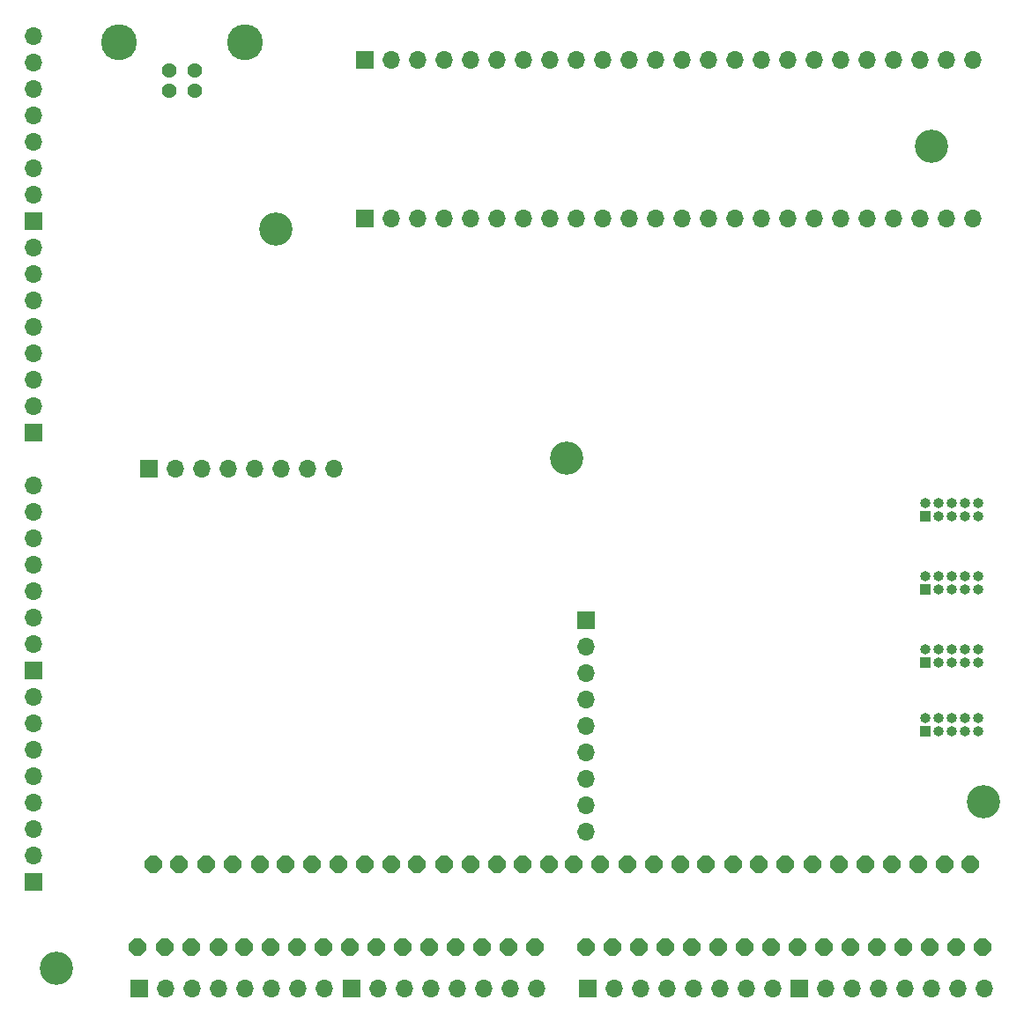
<source format=gbr>
%TF.GenerationSoftware,KiCad,Pcbnew,6.0.8-f2edbf62ab~116~ubuntu22.04.1*%
%TF.CreationDate,2022-10-28T15:12:38+01:00*%
%TF.ProjectId,fsr_array,6673725f-6172-4726-9179-2e6b69636164,3.0*%
%TF.SameCoordinates,Original*%
%TF.FileFunction,Soldermask,Bot*%
%TF.FilePolarity,Negative*%
%FSLAX46Y46*%
G04 Gerber Fmt 4.6, Leading zero omitted, Abs format (unit mm)*
G04 Created by KiCad (PCBNEW 6.0.8-f2edbf62ab~116~ubuntu22.04.1) date 2022-10-28 15:12:38*
%MOMM*%
%LPD*%
G01*
G04 APERTURE LIST*
G04 Aperture macros list*
%AMFreePoly0*
4,1,17,0.360532,0.806901,0.806901,0.360532,0.825500,0.315631,0.825500,-0.315631,0.806901,-0.360532,0.360532,-0.806901,0.315631,-0.825500,-0.315631,-0.825500,-0.360532,-0.806901,-0.806901,-0.360532,-0.825500,-0.315631,-0.825500,0.315631,-0.806901,0.360532,-0.360532,0.806901,-0.315631,0.825500,0.315631,0.825500,0.360532,0.806901,0.360532,0.806901,$1*%
G04 Aperture macros list end*
%ADD10FreePoly0,90.000000*%
%ADD11FreePoly0,270.000000*%
%ADD12C,3.200000*%
%ADD13R,1.700000X1.700000*%
%ADD14O,1.700000X1.700000*%
%ADD15R,1.000000X1.000000*%
%ADD16O,1.000000X1.000000*%
%ADD17C,1.431000*%
%ADD18C,3.450000*%
G04 APERTURE END LIST*
D10*
%TO.C,U$61*%
X193793900Y-133996400D03*
%TD*%
%TO.C,U$63*%
X168383900Y-133996400D03*
%TD*%
%TO.C,U$39*%
X163353900Y-133996400D03*
%TD*%
%TO.C,U$45*%
X178613900Y-133996400D03*
%TD*%
D11*
%TO.C,U$16*%
X113733900Y-141996400D03*
%TD*%
%TO.C,U$44*%
X161913900Y-141996400D03*
%TD*%
%TO.C,U$12*%
X118923900Y-141996400D03*
%TD*%
D12*
%TO.C,H5*%
X190000000Y-65000000D03*
%TD*%
D13*
%TO.C,J6*%
X134362800Y-145992800D03*
D14*
X136902800Y-145992800D03*
X139442800Y-145992800D03*
X141982800Y-145992800D03*
X144522800Y-145992800D03*
X147062800Y-145992800D03*
X149602800Y-145992800D03*
X152142800Y-145992800D03*
%TD*%
D11*
%TO.C,U$46*%
X159363900Y-141996400D03*
%TD*%
D10*
%TO.C,U$49*%
X176013900Y-133996400D03*
%TD*%
%TO.C,U$51*%
X181103900Y-133996400D03*
%TD*%
D13*
%TO.C,J4*%
X103732800Y-72192800D03*
D14*
X103732800Y-69652800D03*
X103732800Y-67112800D03*
X103732800Y-64572800D03*
X103732800Y-62032800D03*
X103732800Y-59492800D03*
X103732800Y-56952800D03*
X103732800Y-54412800D03*
%TD*%
D10*
%TO.C,U$29*%
X155693900Y-133996400D03*
%TD*%
D12*
%TO.C,H1*%
X106000000Y-144000000D03*
%TD*%
D10*
%TO.C,U$62*%
X179703900Y-141996400D03*
%TD*%
%TO.C,U$1*%
X145763900Y-133996400D03*
%TD*%
%TO.C,U$57*%
X183673900Y-133996400D03*
%TD*%
D11*
%TO.C,U$38*%
X169523900Y-141996400D03*
%TD*%
%TO.C,U$40*%
X167043900Y-141996400D03*
%TD*%
D10*
%TO.C,U$43*%
X160813900Y-133996400D03*
%TD*%
%TO.C,U$13*%
X153313900Y-133996400D03*
%TD*%
D13*
%TO.C,J12*%
X135612800Y-71932800D03*
D14*
X138152800Y-71932800D03*
X140692800Y-71932800D03*
X143232800Y-71932800D03*
X145772800Y-71932800D03*
X148312800Y-71932800D03*
X150852800Y-71932800D03*
X153392800Y-71932800D03*
X155932800Y-71932800D03*
X158472800Y-71932800D03*
X161012800Y-71932800D03*
X163552800Y-71932800D03*
X166092800Y-71932800D03*
X168632800Y-71932800D03*
X171172800Y-71932800D03*
X173712800Y-71932800D03*
X176252800Y-71932800D03*
X178792800Y-71932800D03*
X181332800Y-71932800D03*
X183872800Y-71932800D03*
X186412800Y-71932800D03*
X188952800Y-71932800D03*
X191492800Y-71932800D03*
X194032800Y-71932800D03*
%TD*%
D11*
%TO.C,U$26*%
X141793900Y-141996400D03*
%TD*%
D13*
%TO.C,J10*%
X156832800Y-110592800D03*
D14*
X156832800Y-113132800D03*
X156832800Y-115672800D03*
X156832800Y-118212800D03*
X156832800Y-120752800D03*
X156832800Y-123292800D03*
X156832800Y-125832800D03*
X156832800Y-128372800D03*
X156832800Y-130912800D03*
%TD*%
D10*
%TO.C,U$5*%
X148273900Y-133996400D03*
%TD*%
%TO.C,U$7*%
X125473900Y-133996400D03*
%TD*%
D11*
%TO.C,U$34*%
X174593900Y-141996400D03*
%TD*%
D13*
%TO.C,J1*%
X103732800Y-135692800D03*
D14*
X103732800Y-133152800D03*
X103732800Y-130612800D03*
X103732800Y-128072800D03*
X103732800Y-125532800D03*
X103732800Y-122992800D03*
X103732800Y-120452800D03*
X103732800Y-117912800D03*
%TD*%
D10*
%TO.C,U$27*%
X138093900Y-133996400D03*
%TD*%
D11*
%TO.C,U$64*%
X177183900Y-141996400D03*
%TD*%
D10*
%TO.C,U$3*%
X122883900Y-133996400D03*
%TD*%
D11*
%TO.C,U$4*%
X129073900Y-141996400D03*
%TD*%
%TO.C,U$20*%
X149423900Y-141996400D03*
%TD*%
D15*
%TO.C,J14*%
X189450000Y-100625000D03*
D16*
X189450000Y-99355000D03*
X190720000Y-100625000D03*
X190720000Y-99355000D03*
X191990000Y-100625000D03*
X191990000Y-99355000D03*
X193260000Y-100625000D03*
X193260000Y-99355000D03*
X194530000Y-100625000D03*
X194530000Y-99355000D03*
%TD*%
D11*
%TO.C,U$2*%
X131593900Y-141996400D03*
%TD*%
D10*
%TO.C,U$11*%
X127943900Y-133996400D03*
%TD*%
D11*
%TO.C,U$30*%
X136733900Y-141996400D03*
%TD*%
D10*
%TO.C,U$53*%
X165903900Y-133996400D03*
%TD*%
%TO.C,U$41*%
X191273900Y-133996400D03*
%TD*%
D13*
%TO.C,J3*%
X103732800Y-92512800D03*
D14*
X103732800Y-89972800D03*
X103732800Y-87432800D03*
X103732800Y-84892800D03*
X103732800Y-82352800D03*
X103732800Y-79812800D03*
X103732800Y-77272800D03*
X103732800Y-74732800D03*
%TD*%
D10*
%TO.C,U$55*%
X173423900Y-133996400D03*
%TD*%
D11*
%TO.C,U$56*%
X187343900Y-141996400D03*
%TD*%
D15*
%TO.C,J13*%
X189450000Y-107625000D03*
D16*
X189450000Y-106355000D03*
X190720000Y-107625000D03*
X190720000Y-106355000D03*
X191990000Y-107625000D03*
X191990000Y-106355000D03*
X193260000Y-107625000D03*
X193260000Y-106355000D03*
X194530000Y-107625000D03*
X194530000Y-106355000D03*
%TD*%
D12*
%TO.C,H3*%
X155000000Y-95000000D03*
%TD*%
D13*
%TO.C,J11*%
X135612800Y-56692800D03*
D14*
X138152800Y-56692800D03*
X140692800Y-56692800D03*
X143232800Y-56692800D03*
X145772800Y-56692800D03*
X148312800Y-56692800D03*
X150852800Y-56692800D03*
X153392800Y-56692800D03*
X155932800Y-56692800D03*
X158472800Y-56692800D03*
X161012800Y-56692800D03*
X163552800Y-56692800D03*
X166092800Y-56692800D03*
X168632800Y-56692800D03*
X171172800Y-56692800D03*
X173712800Y-56692800D03*
X176252800Y-56692800D03*
X178792800Y-56692800D03*
X181332800Y-56692800D03*
X183872800Y-56692800D03*
X186412800Y-56692800D03*
X188952800Y-56692800D03*
X191492800Y-56692800D03*
X194032800Y-56692800D03*
%TD*%
D13*
%TO.C,J9*%
X114857800Y-95992800D03*
D14*
X117397800Y-95992800D03*
X119937800Y-95992800D03*
X122477800Y-95992800D03*
X125017800Y-95992800D03*
X127557800Y-95992800D03*
X130097800Y-95992800D03*
X132637800Y-95992800D03*
%TD*%
D13*
%TO.C,J7*%
X156982800Y-145992800D03*
D14*
X159522800Y-145992800D03*
X162062800Y-145992800D03*
X164602800Y-145992800D03*
X167142800Y-145992800D03*
X169682800Y-145992800D03*
X172222800Y-145992800D03*
X174762800Y-145992800D03*
%TD*%
D11*
%TO.C,U$8*%
X123993900Y-141996400D03*
%TD*%
D13*
%TO.C,J8*%
X177302800Y-145992800D03*
D14*
X179842800Y-145992800D03*
X182382800Y-145992800D03*
X184922800Y-145992800D03*
X187462800Y-145992800D03*
X190002800Y-145992800D03*
X192542800Y-145992800D03*
X195082800Y-145992800D03*
%TD*%
D11*
%TO.C,U$50*%
X194923900Y-141996400D03*
%TD*%
D12*
%TO.C,H4*%
X195000000Y-128000000D03*
%TD*%
D10*
%TO.C,U$19*%
X133023900Y-133996400D03*
%TD*%
%TO.C,U$52*%
X192393900Y-141996400D03*
%TD*%
%TO.C,U$42*%
X164493900Y-141996400D03*
%TD*%
%TO.C,U$59*%
X170963900Y-133996400D03*
%TD*%
D12*
%TO.C,H2*%
X127000000Y-73000000D03*
%TD*%
D11*
%TO.C,U$60*%
X182223900Y-141996400D03*
%TD*%
%TO.C,U$22*%
X146873900Y-141996400D03*
%TD*%
D10*
%TO.C,U$47*%
X186213900Y-133996400D03*
%TD*%
D15*
%TO.C,J16*%
X189450000Y-121250000D03*
D16*
X189450000Y-119980000D03*
X190720000Y-121250000D03*
X190720000Y-119980000D03*
X191990000Y-121250000D03*
X191990000Y-119980000D03*
X193260000Y-121250000D03*
X193260000Y-119980000D03*
X194530000Y-121250000D03*
X194530000Y-119980000D03*
%TD*%
D10*
%TO.C,U$37*%
X188763900Y-133996400D03*
%TD*%
%TO.C,U$35*%
X143213900Y-133996400D03*
%TD*%
D15*
%TO.C,J15*%
X189450000Y-114625000D03*
D16*
X189450000Y-113355000D03*
X190720000Y-114625000D03*
X190720000Y-113355000D03*
X191990000Y-114625000D03*
X191990000Y-113355000D03*
X193260000Y-114625000D03*
X193260000Y-113355000D03*
X194530000Y-114625000D03*
X194530000Y-113355000D03*
%TD*%
D11*
%TO.C,U$58*%
X184823900Y-141996400D03*
%TD*%
%TO.C,U$21*%
X117753900Y-133996400D03*
%TD*%
%TO.C,U$36*%
X172093900Y-141996400D03*
%TD*%
D10*
%TO.C,U$23*%
X135583900Y-133996400D03*
%TD*%
D11*
%TO.C,U$17*%
X120313900Y-133996400D03*
%TD*%
%TO.C,U$32*%
X134193900Y-141996400D03*
%TD*%
%TO.C,U$48*%
X156853900Y-141996400D03*
%TD*%
%TO.C,U$6*%
X126573900Y-141996400D03*
%TD*%
D10*
%TO.C,U$15*%
X130493900Y-133996400D03*
%TD*%
%TO.C,U$9*%
X150773900Y-133996400D03*
%TD*%
D11*
%TO.C,U$24*%
X144353900Y-141996400D03*
%TD*%
%TO.C,U$10*%
X121503900Y-141996400D03*
%TD*%
D13*
%TO.C,J5*%
X113957800Y-145992800D03*
D14*
X116497800Y-145992800D03*
X119037800Y-145992800D03*
X121577800Y-145992800D03*
X124117800Y-145992800D03*
X126657800Y-145992800D03*
X129197800Y-145992800D03*
X131737800Y-145992800D03*
%TD*%
D11*
%TO.C,U$18*%
X151903900Y-141996400D03*
%TD*%
D10*
%TO.C,U$31*%
X140603900Y-133996400D03*
%TD*%
D11*
%TO.C,U$54*%
X189873900Y-141996400D03*
%TD*%
D17*
%TO.C,J17*%
X116770000Y-59710000D03*
X119270000Y-59710000D03*
X119270000Y-57710000D03*
X116770000Y-57710000D03*
D18*
X124040000Y-55000000D03*
X112000000Y-55000000D03*
%TD*%
D11*
%TO.C,U$28*%
X139233900Y-141996400D03*
%TD*%
D10*
%TO.C,U$33*%
X158223900Y-133996400D03*
%TD*%
D13*
%TO.C,J2*%
X103732800Y-115372800D03*
D14*
X103732800Y-112832800D03*
X103732800Y-110292800D03*
X103732800Y-107752800D03*
X103732800Y-105212800D03*
X103732800Y-102672800D03*
X103732800Y-100132800D03*
X103732800Y-97592800D03*
%TD*%
D11*
%TO.C,U$14*%
X116393900Y-141996400D03*
%TD*%
%TO.C,U$25*%
X115233900Y-133996400D03*
%TD*%
M02*

</source>
